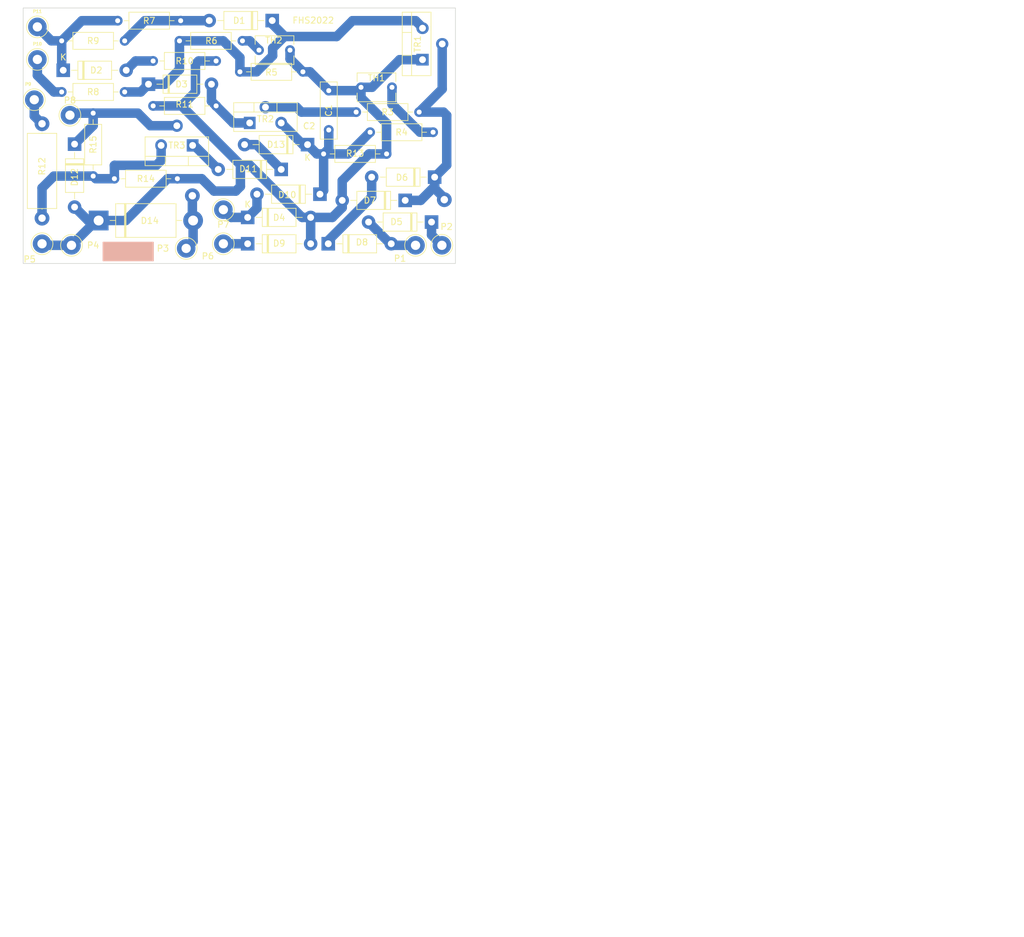
<source format=kicad_pcb>
(kicad_pcb (version 20211014) (generator pcbnew)
  (layers (0 "F.Cu" signal) (31 "B.Cu" signal) (34 "B.Paste" user) (35 "F.Paste" user) (36 "B.SilkS" user "B.Silkscreen") (37 "F.SilkS" user "F.Silkscreen") (38 "B.Mask" user) (39 "F.Mask" user) (44 "Edge.Cuts" user))
  (net 0 "")
  (net 1 "Net-(C1-Pad1)")
  (net 2 "Net-(D1-Pad1)")
  (net 3 "Net-(D1-Pad2)")
  (net 4 "Net-(D2-Pad1)")
  (net 5 "Net-(D2-Pad2)")
  (net 6 "Net-(D3-Pad2)")
  (net 7 "Net-(D11-Pad1)")
  (net 8 "Net-(D11-Pad2)")
  (net 9 "Net-(R6-Pad2)")
  (net 10 "Net-(R12-Pad2)")
  (net 11 "Net-(C2-Pad2)")
  (net 12 "Net-(D6-Pad2)")
  (net 13 "Net-(R3-Pad1)")
  (net 14 "Net-(R4-Pad2)")
  (net 15 "Net-(D5-Pad2)")
  (net 16 "Net-(D5-Pad1)")
  (net 17 "Net-(P9-Pad1)")
  (net 18 "Net-(C1-Pad2)")
  (net 19 "Net-(D10-Pad2)")
  (net 20 "Net-(D9-Pad1)")
  (net 21 "Net-(D12-Pad1)")
  (net 22 "Net-(P10-Pad1)")
  (net 23 "Net-(C2-Pad1)")
  (footprint "Diode_THT:D_DO-201AD_P15.24mm_Horizontal" (layer "F.Cu") (at 120.88 78.5)
    (fp_text reference "D14" (at 8.252 0.026) (layer "F.SilkS"))
    (fp_text value "1N5404")
    (pad "1" thru_hole rect (at 0 0) (size 3.2 3.2) (drill 1.6) (layers *.Cu *.Mask) (remove_unused_layers) (net 18 "Net-(C1-Pad2)"))
    (pad "2" thru_hole oval (at 15.24 0) (size 3.2 3.2) (drill 1.6) (layers *.Cu *.Mask) (remove_unused_layers) (net 23 "Net-(C2-Pad1)"))
  )
  (footprint "Diode_THT:D_DO-41_SOD81_P10.16mm_Horizontal" (layer "F.Cu") (at 117 66.17 -90)
    (fp_text reference "D12" (at 5.33 0 90) (layer "F.SilkS"))
    (fp_text value "1N4002")
    (pad "1" thru_hole rect (at 0 0 270) (size 2.2 2.2) (drill 1.1) (layers *.Cu *.Mask) (remove_unused_layers) (net 21 "Net-(D12-Pad1)"))
    (pad "2" thru_hole oval (at 10.16 0 270) (size 2.2 2.2) (drill 1.1) (layers *.Cu *.Mask) (remove_unused_layers) (net 18 "Net-(C1-Pad2)"))
  )
  (footprint "TestPoint:TestPoint_THTPad_D3.0mm_Drill1.5mm" (layer "F.Cu") (at 176.25 82.5 180)
    (fp_text reference "P2" (at -0.75 3 180) (layer "F.SilkS"))
    (fp_text value "Black w/ White")
    (pad "1" thru_hole circle (at 0 0 180) (size 3 3) (drill 1.5) (layers *.Cu *.Mask) (remove_unused_layers) (net 16 "Net-(D5-Pad1)"))
  )
  (footprint "TestPoint:TestPoint_THTPad_D3.0mm_Drill1.5mm" (layer "F.Cu") (at 111 52.5)
    (fp_text reference "P10" (at 0 -2.5) (layer "F.SilkS") (effects (font (size 0.492 0.492) (thickness 0.123))))
    (fp_text value "Green w/ White")
    (pad "1" thru_hole circle (at 0 0) (size 3 3) (drill 1.5) (layers *.Cu *.Mask) (remove_unused_layers) (net 22 "Net-(P10-Pad1)"))
  )
  (footprint "Package_TO_SOT_THT:TO-220-3_Vertical" (layer "F.Cu") (at 136.04 66.375 180)
    (fp_text reference "TR3" (at 2.54 0) (layer "F.SilkS"))
    (fp_text value "TS420-600T")
    (pad "1" thru_hole rect (at 0 0 180) (size 1.905 2) (drill 1.1) (layers *.Cu *.Mask) (remove_unused_layers) (net 8 "Net-(D11-Pad2)"))
    (pad "2" thru_hole oval (at 2.54 3.175 180) (size 1.905 2) (drill 1.1) (layers *.Cu *.Mask) (remove_unused_layers) (net 21 "Net-(D12-Pad1)"))
    (pad "3" thru_hole oval (at 5.08 0 180) (size 1.905 2) (drill 1.1) (layers *.Cu *.Mask) (remove_unused_layers) (net 10 "Net-(R12-Pad2)"))
  )
  (footprint "TestPoint:TestPoint_THTPad_D3.0mm_Drill1.5mm" (layer "F.Cu") (at 110.5 59)
    (fp_text reference "P9" (at -1 -2.5) (layer "F.SilkS") (effects (font (size 0.492 0.492) (thickness 0.123))))
    (fp_text value "Light Blue")
    (pad "1" thru_hole circle (at 0 0) (size 3 3) (drill 1.5) (layers *.Cu *.Mask) (remove_unused_layers) (net 17 "Net-(P9-Pad1)"))
  )
  (footprint "TestPoint:TestPoint_THTPad_D3.0mm_Drill1.5mm" (layer "F.Cu") (at 116.5 82.5 180)
    (fp_text reference "P4" (at -3.5 0 180) (layer "F.SilkS"))
    (fp_text value "Green Coil")
    (pad "1" thru_hole circle (at 0 0 180) (size 3 3) (drill 1.5) (layers *.Cu *.Mask) (remove_unused_layers) (net 18 "Net-(C1-Pad2)"))
  )
  (footprint "Resistor_THT:R_Axial_DIN0207_L6.3mm_D2.5mm_P10.16mm_Horizontal" (layer "F.Cu") (at 157.17 67.75)
    (fp_text reference "R13" (at 5.08 -0.072) (layer "F.SilkS"))
    (fp_text value "1K")
    (pad "1" thru_hole circle (at 0 0) (size 1.6 1.6) (drill 0.8) (layers *.Cu *.Mask) (remove_unused_layers) (net 1 "Net-(C1-Pad1)"))
    (pad "2" thru_hole oval (at 10.16 0) (size 1.6 1.6) (drill 0.8) (layers *.Cu *.Mask) (remove_unused_layers) (net 18 "Net-(C1-Pad2)"))
  )
  (footprint "Diode_THT:D_DO-41_SOD81_P10.16mm_Horizontal" (layer "F.Cu") (at 170.33 75.25 180)
    (fp_text reference "D7" (at 5.702 0.006) (layer "F.SilkS"))
    (fp_text value "1N4004")
    (pad "1" thru_hole rect (at 0 0 180) (size 2.2 2.2) (drill 1.1) (layers *.Cu *.Mask) (remove_unused_layers) (net 11 "Net-(C2-Pad2)"))
    (pad "2" thru_hole oval (at 10.16 0 180) (size 2.2 2.2) (drill 1.1) (layers *.Cu *.Mask) (remove_unused_layers) (net 18 "Net-(C1-Pad2)"))
  )
  (footprint "MountingHole:MountingHole_2.2mm_M2" (layer "F.Cu") (at 157.988 52.324)
    (fp_text reference "H2")
    (fp_text value "MountingHole")
    (pad "" np_thru_hole circle (at 0 0) (size 2.2 2.2) (drill 2.2) (layers *.Cu *.Mask))
  )
  (footprint "MountingHole:MountingHole_2.2mm_M2" (layer "F.Cu") (at 124.968 65.532)
    (fp_text reference "H1")
    (fp_text value "MountingHole")
    (pad "" np_thru_hole circle (at 0 0) (size 2.2 2.2) (drill 2.2) (layers *.Cu *.Mask))
  )
  (footprint "Resistor_THT:R_Axial_DIN0207_L6.3mm_D2.5mm_P10.16mm_Horizontal" (layer "F.Cu") (at 133.92 49.5)
    (fp_text reference "R6" (at 5.146 0) (layer "F.SilkS"))
    (fp_text value "68")
    (pad "1" thru_hole circle (at 0 0) (size 1.6 1.6) (drill 0.8) (layers *.Cu *.Mask) (remove_unused_layers) (net 2 "Net-(D1-Pad1)"))
    (pad "2" thru_hole oval (at 10.16 0) (size 1.6 1.6) (drill 0.8) (layers *.Cu *.Mask) (remove_unused_layers) (net 9 "Net-(R6-Pad2)"))
  )
  (footprint "Resistor_THT:R_Axial_DIN0207_L6.3mm_D2.5mm_P10.16mm_Horizontal" (layer "F.Cu") (at 162.42 61)
    (fp_text reference "R3" (at 5.08 0) (layer "F.SilkS"))
    (fp_text value "470")
    (pad "1" thru_hole circle (at 0 0) (size 1.6 1.6) (drill 0.8) (layers *.Cu *.Mask) (remove_unused_layers) (net 13 "Net-(R3-Pad1)"))
    (pad "2" thru_hole oval (at 10.16 0) (size 1.6 1.6) (drill 0.8) (layers *.Cu *.Mask) (remove_unused_layers) (net 11 "Net-(C2-Pad2)"))
  )
  (footprint "Resistor_THT:R_Axial_DIN0207_L6.3mm_D2.5mm_P10.16mm_Horizontal" (layer "F.Cu") (at 129.67 60)
    (fp_text reference "R11" (at 5.08 -0.25) (layer "F.SilkS"))
    (fp_text value "100")
    (pad "1" thru_hole circle (at 0 0) (size 1.6 1.6) (drill 0.8) (layers *.Cu *.Mask) (remove_unused_layers) (net 18 "Net-(C1-Pad2)"))
    (pad "2" thru_hole oval (at 10.16 0) (size 1.6 1.6) (drill 0.8) (layers *.Cu *.Mask) (remove_unused_layers) (net 6 "Net-(D3-Pad2)"))
  )
  (footprint "Capacitor_THT:C_Rect_L33.0mm_W20.0mm_P27.50mm_MKS4" (layer "F.Cu") (at 141.08 74.5)
    (fp_text reference "C2" (at 13.75 -11.25) (layer "F.SilkS"))
    (fp_text value "2.2uF 400V")
    (pad "1" thru_hole circle (at -5.08 0) (size 2.4 2.4) (drill 1.2) (layers *.Cu *.Mask) (remove_unused_layers) (net 23 "Net-(C2-Pad1)"))
    (pad "2" thru_hole circle (at 35.56 0.635) (size 2.4 2.4) (drill 1.2) (layers *.Cu *.Mask) (remove_unused_layers) (net 11 "Net-(C2-Pad2)"))
  )
  (footprint "Resistor_THT:R_Axial_DIN0207_L6.3mm_D2.5mm_P10.16mm_Horizontal" (layer "F.Cu") (at 120 71.33 90)
    (fp_text reference "R15" (at 5.08 0 90) (layer "F.SilkS"))
    (fp_text value "1K")
    (pad "1" thru_hole circle (at 0 0 90) (size 1.6 1.6) (drill 0.8) (layers *.Cu *.Mask) (remove_unused_layers) (net 10 "Net-(R12-Pad2)"))
    (pad "2" thru_hole oval (at 10.16 0 90) (size 1.6 1.6) (drill 0.8) (layers *.Cu *.Mask) (remove_unused_layers) (net 21 "Net-(D12-Pad1)"))
  )
  (footprint "Resistor_THT:R_Axial_DIN0207_L6.3mm_D2.5mm_P10.16mm_Horizontal" (layer "F.Cu") (at 143.67 54.5)
    (fp_text reference "R5" (at 5.08 0.088) (layer "F.SilkS"))
    (fp_text value "200")
    (pad "1" thru_hole circle (at 0 0) (size 1.6 1.6) (drill 0.8) (layers *.Cu *.Mask) (remove_unused_layers) (net 2 "Net-(D1-Pad1)"))
    (pad "2" thru_hole oval (at 10.16 0) (size 1.6 1.6) (drill 0.8) (layers *.Cu *.Mask) (remove_unused_layers) (net 18 "Net-(C1-Pad2)"))
  )
  (footprint "TestPoint:TestPoint_THTPad_D3.0mm_Drill1.5mm" (layer "F.Cu") (at 135 83 180)
    (fp_text reference "P3" (at 3.75 0 180) (layer "F.SilkS"))
    (fp_text value "Yellow")
    (pad "1" thru_hole circle (at 0 0 180) (size 3 3) (drill 1.5) (layers *.Cu *.Mask) (remove_unused_layers) (net 23 "Net-(C2-Pad1)"))
  )
  (footprint "Package_TO_SOT_THT:TO-220-3_Vertical" (layer "F.Cu") (at 173.125 52.54 90)
    (fp_text reference "TR1" (at 2.54 -0.795356 90) (layer "F.SilkS"))
    (fp_text value "BT151-500R,127")
    (pad "1" thru_hole rect (at 0 0 90) (size 1.905 2) (drill 1.1) (layers *.Cu *.Mask) (remove_unused_layers) (net 18 "Net-(C1-Pad2)"))
    (pad "2" thru_hole oval (at 2.54 3.175 90) (size 1.905 2) (drill 1.1) (layers *.Cu *.Mask) (remove_unused_layers) (net 11 "Net-(C2-Pad2)"))
    (pad "3" thru_hole oval (at 5.08 0 90) (size 1.905 2) (drill 1.1) (layers *.Cu *.Mask) (remove_unused_layers) (net 2 "Net-(D1-Pad1)"))
  )
  (footprint "TestPoint:TestPoint_THTPad_D3.0mm_Drill1.5mm" (layer "F.Cu") (at 141 82.25 180)
    (fp_text reference "P6" (at 2.5 -2 180) (layer "F.SilkS"))
    (fp_text value "White")
    (pad "1" thru_hole circle (at 0 0 180) (size 3 3) (drill 1.5) (layers *.Cu *.Mask) (remove_unused_layers) (net 20 "Net-(D9-Pad1)"))
  )
  (footprint "Diode_THT:D_DO-41_SOD81_P10.16mm_Horizontal" (layer "F.Cu") (at 174.58 78.75 180)
    (fp_text reference "D5" (at 5.66 0.038) (layer "F.SilkS"))
    (fp_text value "1N4004")
    (pad "1" thru_hole rect (at 0 0 180) (size 2.2 2.2) (drill 1.1) (layers *.Cu *.Mask) (remove_unused_layers) (net 16 "Net-(D5-Pad1)"))
    (pad "2" thru_hole oval (at 10.16 0 180) (size 2.2 2.2) (drill 1.1) (layers *.Cu *.Mask) (remove_unused_layers) (net 15 "Net-(D5-Pad2)"))
  )
  (footprint "Diode_THT:D_DO-41_SOD81_P10.16mm_Horizontal" (layer "F.Cu") (at 148.88 46.228 180)
    (fp_text reference "D1" (at 5.33 0) (layer "F.SilkS"))
    (fp_text value "1N4002")
    (pad "1" thru_hole rect (at 0 0 180) (size 2.2 2.2) (drill 1.1) (layers *.Cu *.Mask) (remove_unused_layers) (net 2 "Net-(D1-Pad1)"))
    (pad "2" thru_hole oval (at 10.16 0 180) (size 2.2 2.2) (drill 1.1) (layers *.Cu *.Mask) (remove_unused_layers) (net 3 "Net-(D1-Pad2)"))
  )
  (footprint "TestPoint:TestPoint_THTPad_D3.0mm_Drill1.5mm" (layer "F.Cu") (at 172 82.5 180)
    (fp_text reference "P1" (at 2.5 -2.12 180) (layer "F.SilkS"))
    (fp_text value "Blue")
    (pad "1" thru_hole circle (at 0 0 180) (size 3 3) (drill 1.5) (layers *.Cu *.Mask) (remove_unused_layers) (net 15 "Net-(D5-Pad2)"))
  )
  (footprint "Capacitor_THT:C_Disc_D9.0mm_W2.5mm_P5.00mm" (layer "F.Cu") (at 158 63.25 90)
    (fp_text reference "C1" (at 2.5 0 90) (layer "F.SilkS"))
    (fp_text value "0.1uF 50V")
    (pad "1" thru_hole circle (at -0.635 0 90) (size 1.6 1.6) (drill 0.8) (layers *.Cu *.Mask) (remove_unused_layers) (net 1 "Net-(C1-Pad1)"))
    (pad "2" thru_hole circle (at 5.715 0 90) (size 1.6 1.6) (drill 0.8) (layers *.Cu *.Mask) (remove_unused_layers) (net 18 "Net-(C1-Pad2)"))
  )
  (footprint "Resistor_THT:R_Axial_DIN0207_L6.3mm_D2.5mm_P10.16mm_Horizontal" (layer "F.Cu") (at 123.42 71.75)
    (fp_text reference "R14" (at 5.08 0) (layer "F.SilkS"))
    (fp_text value "1K")
    (pad "1" thru_hole circle (at 0 0) (size 1.6 1.6) (drill 0.8) (layers *.Cu *.Mask) (remove_unused_layers) (net 10 "Net-(R12-Pad2)"))
    (pad "2" thru_hole oval (at 10.16 0) (size 1.6 1.6) (drill 0.8) (layers *.Cu *.Mask) (remove_unused_layers) (net 18 "Net-(C1-Pad2)"))
  )
  (footprint "Diode_THT:D_DO-41_SOD81_P10.16mm_Horizontal" (layer "F.Cu") (at 150.33 70.25 180)
    (fp_text reference "D11" (at 5.31 0.08) (layer "F.SilkS"))
    (fp_text value "1N4002")
    (pad "1" thru_hole rect (at 0 0 180) (size 2.2 2.2) (drill 1.1) (layers *.Cu *.Mask) (remove_unused_layers) (net 7 "Net-(D11-Pad1)"))
    (pad "2" thru_hole oval (at 10.16 0 180) (size 2.2 2.2) (drill 1.1) (layers *.Cu *.Mask) (remove_unused_layers) (net 8 "Net-(D11-Pad2)"))
  )
  (footprint "Diode_THT:D_DO-41_SOD81_P10.16mm_Horizontal" (layer "F.Cu") (at 115.17 54.25)
    (fp_text reference "D2" (at 5.33 0) (layer "F.SilkS"))
    (fp_text value "1N4002")
    (fp_text user "K" (at 0 -2.1) (layer "F.SilkS"))
    (pad "1" thru_hole rect (at 0 0) (size 2.2 2.2) (drill 1.1) (layers *.Cu *.Mask) (remove_unused_layers) (net 4 "Net-(D2-Pad1)"))
    (pad "2" thru_hole oval (at 10.16 0) (size 2.2 2.2) (drill 1.1) (layers *.Cu *.Mask) (remove_unused_layers) (net 5 "Net-(D2-Pad2)"))
  )
  (footprint "TestPoint:TestPoint_THTPad_D3.0mm_Drill1.5mm" (layer "F.Cu") (at 111 47.25)
    (fp_text reference "P11" (at 0 -2.5) (layer "F.SilkS") (effects (font (size 0.492 0.492) (thickness 0.123))))
    (fp_text value "Pink")
    (pad "1" thru_hole circle (at 0 0) (size 3 3) (drill 1.5) (layers *.Cu *.Mask) (remove_unused_layers) (net 4 "Net-(D2-Pad1)"))
  )
  (footprint "Diode_THT:D_DO-41_SOD81_P10.16mm_Horizontal" (layer "F.Cu") (at 144.92 82.25)
    (fp_text reference "D9" (at 5.08 -0.062) (layer "F.SilkS"))
    (fp_text value "1N4004")
    (pad "1" thru_hole rect (at 0 0) (size 2.2 2.2) (drill 1.1) (layers *.Cu *.Mask) (remove_unused_layers) (net 20 "Net-(D9-Pad1)"))
    (pad "2" thru_hole oval (at 10.16 0) (size 2.2 2.2) (drill 1.1) (layers *.Cu *.Mask) (remove_unused_layers) (net 18 "Net-(C1-Pad2)"))
  )
  (footprint "Diode_THT:D_DO-41_SOD81_P10.16mm_Horizontal" (layer "F.Cu") (at 157.92 82.25)
    (fp_text reference "D8" (at 5.430856 -0.2405) (layer "F.SilkS"))
    (fp_text value "1N4004")
    (pad "1" thru_hole rect (at 0 0) (size 2.2 2.2) (drill 1.1) (layers *.Cu *.Mask) (remove_unused_layers) (net 12 "Net-(D6-Pad2)"))
    (pad "2" thru_hole oval (at 10.16 0) (size 2.2 2.2) (drill 1.1) (layers *.Cu *.Mask) (remove_unused_layers) (net 15 "Net-(D5-Pad2)"))
  )
  (footprint "Resistor_THT:R_Axial_DIN0207_L6.3mm_D2.5mm_P10.16mm_Horizontal" (layer "F.Cu") (at 164.67 64.25)
    (fp_text reference "R4" (at 5.08 0) (layer "F.SilkS"))
    (fp_text value "470")
    (pad "1" thru_hole circle (at 0 0) (size 1.6 1.6) (drill 0.8) (layers *.Cu *.Mask) (remove_unused_layers) (net 1 "Net-(C1-Pad1)"))
    (pad "2" thru_hole oval (at 10.16 0) (size 1.6 1.6) (drill 0.8) (layers *.Cu *.Mask) (remove_unused_layers) (net 14 "Net-(R4-Pad2)"))
  )
  (footprint "Diode_THT:D_DO-41_SOD81_P10.16mm_Horizontal" (layer "F.Cu") (at 175.08 71.5 180)
    (fp_text reference "D6" (at 5.274 -0.058) (layer "F.SilkS"))
    (fp_text value "1N4004")
    (pad "1" thru_hole rect (at 0 0 180) (size 2.2 2.2) (drill 1.1) (layers *.Cu *.Mask) (remove_unused_layers) (net 11 "Net-(C2-Pad2)"))
    (pad "2" thru_hole oval (at 10.16 0 180) (size 2.2 2.2) (drill 1.1) (layers *.Cu *.Mask) (remove_unused_layers) (net 12 "Net-(D6-Pad2)"))
  )
  (footprint "Capacitor_THT:C_Disc_D6.0mm_W4.4mm_P5.00mm" (layer "F.Cu") (at 163.2 57)
    (fp_text reference "TH1" (at 2.5 -1.5) (layer "F.SilkS"))
    (fp_text value "200ohm 3468K")
    (pad "1" thru_hole circle (at 0 0) (size 1.6 1.6) (drill 0.8) (layers *.Cu *.Mask) (remove_unused_layers) (net 18 "Net-(C1-Pad2)"))
    (pad "2" thru_hole circle (at 5 0) (size 1.6 1.6) (drill 0.8) (layers *.Cu *.Mask) (remove_unused_layers) (net 14 "Net-(R4-Pad2)"))
  )
  (footprint "Resistor_THT:R_Axial_DIN0207_L6.3mm_D2.5mm_P10.16mm_Horizontal" (layer "F.Cu") (at 134.112 46.25 180)
    (fp_text reference "R7" (at 5.08 0) (layer "F.SilkS"))
    (fp_text value "150")
    (pad "1" thru_hole circle (at 0 0 180) (size 1.6 1.6) (drill 0.8) (layers *.Cu *.Mask) (remove_unused_layers) (net 3 "Net-(D1-Pad2)"))
    (pad "2" thru_hole oval (at 10.16 0 180) (size 1.6 1.6) (drill 0.8) (layers *.Cu *.Mask) (remove_unused_layers) (net 4 "Net-(D2-Pad1)"))
  )
  (footprint "Resistor_THT:R_Axial_DIN0207_L6.3mm_D2.5mm_P10.16mm_Horizontal" (layer "F.Cu") (at 114.92 57.75)
    (fp_text reference "R8" (at 5.08 0) (layer "F.SilkS"))
    (fp_text value "10")
    (pad "1" thru_hole circle (at 0 0) (size 1.6 1.6) (drill 0.8) (layers *.Cu *.Mask) (remove_unused_layers) (net 22 "Net-(P10-Pad1)"))
    (pad "2" thru_hole oval (at 10.16 0) (size 1.6 1.6) (drill 0.8) (layers *.Cu *.Mask) (remove_unused_layers) (net 2 "Net-(D1-Pad1)"))
  )
  (footprint "Resistor_THT:R_Axial_DIN0414_L11.9mm_D4.5mm_P15.24mm_Horizontal" (layer "F.Cu") (at 111.75 62.88 -90)
    (fp_text reference "R12" (at 6.87 0 -90) (layer "F.SilkS"))
    (fp_text value "10")
    (pad "1" thru_hole circle (at 0 0 270) (size 2.4 2.4) (drill 1.2) (layers *.Cu *.Mask) (remove_unused_layers) (net 17 "Net-(P9-Pad1)"))
    (pad "2" thru_hole oval (at 15.24 0 270) (size 2.4 2.4) (drill 1.2) (layers *.Cu *.Mask) (remove_unused_layers) (net 10 "Net-(R12-Pad2)"))
  )
  (footprint "Resistor_THT:R_Axial_DIN0207_L6.3mm_D2.5mm_P10.16mm_Horizontal" (layer "F.Cu") (at 114.92 49.5)
    (fp_text reference "R9" (at 5.08 0) (layer "F.SilkS"))
    (fp_text value "1K")
    (pad "1" thru_hole circle (at 0 0) (size 1.6 1.6) (drill 0.8) (layers *.Cu *.Mask) (remove_unused_layers) (net 4 "Net-(D2-Pad1)"))
    (pad "2" thru_hole oval (at 10.16 0) (size 1.6 1.6) (drill 0.8) (layers *.Cu *.Mask) (remove_unused_layers) (net 3 "Net-(D1-Pad2)"))
  )
  (footprint "Diode_THT:D_DO-41_SOD81_P10.16mm_Horizontal" (layer "F.Cu") (at 154.58 66.25 180)
    (fp_text reference "D13" (at 5.08 0.008) (layer "F.SilkS"))
    (fp_text value "1N4002")
    (fp_text user "K" (at 0 -2.1) (layer "F.SilkS"))
    (pad "1" thru_hole rect (at 0 0 180) (size 2.2 2.2) (drill 1.1) (layers *.Cu *.Mask) (remove_unused_layers) (net 1 "Net-(C1-Pad1)"))
    (pad "2" thru_hole oval (at 10.16 0 180) (size 2.2 2.2) (drill 1.1) (layers *.Cu *.Mask) (remove_unused_layers) (net 7 "Net-(D11-Pad1)"))
  )
  (footprint "Package_TO_SOT_THT:TO-220-3_Vertical" (layer "F.Cu") (at 145.25 62.75)
    (fp_text reference "TR2" (at 2.54 -0.635) (layer "F.SilkS"))
    (fp_text value "TS420-600T")
    (pad "1" thru_hole rect (at 0 0) (size 1.905 2) (drill 1.1) (layers *.Cu *.Mask) (remove_unused_layers) (net 6 "Net-(D3-Pad2)"))
    (pad "2" thru_hole oval (at 2.54 -2.54) (size 1.905 2) (drill 1.1) (layers *.Cu *.Mask) (remove_unused_layers) (net 13 "Net-(R3-Pad1)"))
    (pad "3" thru_hole oval (at 5.08 0) (size 1.905 2) (drill 1.1) (layers *.Cu *.Mask) (remove_unused_layers) (net 1 "Net-(C1-Pad1)"))
  )
  (footprint "Capacitor_THT:C_Disc_D6.0mm_W4.4mm_P5.00mm" (layer "F.Cu") (at 146.75 51)
    (fp_text reference "TH2" (at 2.382 -1.582) (layer "F.SilkS"))
    (fp_text value "100ohm 3468K")
    (pad "1" thru_hole circle (at 0 0) (size 1.6 1.6) (drill 0.8) (layers *.Cu *.Mask) (remove_unused_layers) (net 9 "Net-(R6-Pad2)"))
    (pad "2" thru_hole circle (at 5 0) (size 1.6 1.6) (drill 0.8) (layers *.Cu *.Mask) (remove_unused_layers) (net 18 "Net-(C1-Pad2)"))
  )
  (footprint "Diode_THT:D_DO-41_SOD81_P10.16mm_Horizontal" (layer "F.Cu") (at 156.58 74.25 180)
    (fp_text reference "D10" (at 5.284 -0.106) (layer "F.SilkS"))
    (fp_text value "1N4002")
    (pad "1" thru_hole rect (at 0 0 180) (size 2.2 2.2) (drill 1.1) (layers *.Cu *.Mask) (remove_unused_layers) (net 1 "Net-(C1-Pad1)"))
    (pad "2" thru_hole oval (at 10.16 0 180) (size 2.2 2.2) (drill 1.1) (layers *.Cu *.Mask) (remove_unused_layers) (net 19 "Net-(D10-Pad2)"))
  )
  (footprint "Diode_THT:D_DO-41_SOD81_P10.16mm_Horizontal" (layer "F.Cu") (at 128.92 56.5)
    (fp_text reference "D3" (at 5.33 0) (layer "F.SilkS"))
    (fp_text value "1N4002")
    (pad "1" thru_hole rect (at 0 0) (size 2.2 2.2) (drill 1.1) (layers *.Cu *.Mask) (remove_unused_layers) (net 2 "Net-(D1-Pad1)"))
    (pad "2" thru_hole oval (at 10.16 0) (size 2.2 2.2) (drill 1.1) (layers *.Cu *.Mask) (remove_unused_layers) (net 6 "Net-(D3-Pad2)"))
  )
  (footprint "TestPoint:TestPoint_THTPad_D3.0mm_Drill1.5mm" (layer "F.Cu") (at 111.75 82.25 180)
    (fp_text reference "P5" (at 2 -2.5 180) (layer "F.SilkS"))
    (fp_text value "Green Harness")
    (pad "1" thru_hole circle (at 0 0 180) (size 3 3) (drill 1.5) (layers *.Cu *.Mask) (remove_unused_layers) (net 18 "Net-(C1-Pad2)"))
  )
  (footprint "TestPoint:TestPoint_THTPad_D3.0mm_Drill1.5mm" (layer "F.Cu") (at 141 76.75 180)
    (fp_text reference "P7" (at 0 -2.398 180) (layer "F.SilkS"))
    (fp_text value "Orange")
    (pad "1" thru_hole circle (at 0 0 180) (size 3 3) (drill 1.5) (layers *.Cu *.Mask) (remove_unused_layers) (net 19 "Net-(D10-Pad2)"))
  )
  (footprint "Resistor_THT:R_Axial_DIN0207_L6.3mm_D2.5mm_P10.16mm_Horizontal" (layer "F.Cu") (at 129.67 52.75)
    (fp_text reference "R10" (at 5.08 0) (layer "F.SilkS"))
    (fp_text value "150")
    (pad "1" thru_hole circle (at 0 0) (size 1.6 1.6) (drill 0.8) (layers *.Cu *.Mask) (remove_unused_layers) (net 5 "Net-(D2-Pad2)"))
    (pad "2" thru_hole oval (at 10.16 0) (size 1.6 1.6) (drill 0.8) (layers *.Cu *.Mask) (remove_unused_layers) (net 18 "Net-(C1-Pad2)"))
  )
  (footprint "Diode_THT:D_DO-41_SOD81_P10.16mm_Horizontal" (layer "F.Cu") (at 144.92 78)
    (fp_text reference "D4" (at 5.08 0.026) (layer "F.SilkS"))
    (fp_text value "1N4002")
    (fp_text user "K" (at 0 -2.1) (layer "F.SilkS"))
    (pad "1" thru_hole rect (at 0 0) (size 2.2 2.2) (drill 1.1) (layers *.Cu *.Mask) (remove_unused_layers) (net 19 "Net-(D10-Pad2)"))
    (pad "2" thru_hole oval (at 10.16 0) (size 2.2 2.2) (drill 1.1) (layers *.Cu *.Mask) (remove_unused_layers) (net 18 "Net-(C1-Pad2)"))
  )
  (footprint "TestPoint:TestPoint_THTPad_D3.0mm_Drill1.5mm" (layer "F.Cu") (at 116.25 61.5)
    (fp_text reference "P8" (at 0 -2.398) (layer "F.SilkS"))
    (fp_text value "Brown")
    (pad "1" thru_hole circle (at 0 0) (size 3 3) (drill 1.5) (layers *.Cu *.Mask) (remove_unused_layers) (net 21 "Net-(D12-Pad1)"))
  )
  (gr_poly (pts (xy 129.7 85) (xy 121.6 85) (xy 121.6 82) (xy 129.7 82)) (layer "B.SilkS") (width 0.15) (fill solid))
  (gr_poly (pts (xy 178.436 85.438) (xy 108.712 85.438) (xy 108.712 44.196) (xy 178.436 44.196)) (layer "Edge.Cuts") (width 0.1) (fill none))
  (gr_text "FHS2022" (at 155.5 46.2) (layer "F.SilkS") (effects (font (size 1 1))))
  (segment (start 156.08 67.75) (end 154.58 66.25) (width 1.524) (layer "B.Cu") (net 1))
  (segment (start 157.17 67.75) (end 156.08 67.75) (width 1.524) (layer "B.Cu") (net 1))
  (segment (start 158 63.885) (end 158 66.92) (width 1.524) (layer "B.Cu") (net 1))
  (segment (start 157.17 73.66) (end 156.58 74.25) (width 1.524) (layer "B.Cu") (net 1))
  (segment (start 153.83 66.25) (end 150.33 62.75) (width 1.524) (layer "B.Cu") (net 1))
  (segment (start 158 66.92) (end 157.17 67.75) (width 1.524) (layer "B.Cu") (net 1))
  (segment (start 157.17 67.75) (end 161.17 67.75) (width 1.524) (layer "B.Cu") (net 1))
  (segment (start 161.17 67.75) (end 164.67 64.25) (width 1.524) (layer "B.Cu") (net 1))
  (segment (start 154.58 66.25) (end 153.83 66.25) (width 1.524) (layer "B.Cu") (net 1))
  (segment (start 157.17 67.75) (end 157.17 73.66) (width 1.524) (layer "B.Cu") (net 1))
  (segment (start 148.946511 51.909826) (end 146.356337 54.5) (width 1.524) (layer "B.Cu") (net 2))
  (segment (start 148.88 46.771663) (end 148.88 46.228) (width 1.524) (layer "B.Cu") (net 2))
  (segment (start 150.876 48.767663) (end 150.840174 48.803489) (width 1.524) (layer "B.Cu") (net 2))
  (segment (start 146.356337 54.5) (end 143.67 54.5) (width 1.524) (layer "B.Cu") (net 2))
  (segment (start 133.92 49.5) (end 140.973663 49.5) (width 1.524) (layer "B.Cu") (net 2))
  (segment (start 159.276511 48.803489) (end 150.840174 48.803489) (width 1.524) (layer "B.Cu") (net 2))
  (segment (start 143.67 52.196337) (end 143.67 54.5) (width 1.524) (layer "B.Cu") (net 2))
  (segment (start 173.125 47.375) (end 172 46.25) (width 1.524) (layer "B.Cu") (net 2))
  (segment (start 133.92 49.5) (end 133.92 54.124) (width 1.524) (layer "B.Cu") (net 2))
  (segment (start 172 46.25) (end 161.83 46.25) (width 1.524) (layer "B.Cu") (net 2))
  (segment (start 140.973663 49.5) (end 143.67 52.196337) (width 1.524) (layer "B.Cu") (net 2))
  (segment (start 133.92 54.124) (end 131.544 56.5) (width 1.524) (layer "B.Cu") (net 2))
  (segment (start 148.946511 50.697152) (end 148.946511 51.909826) (width 1.524) (layer "B.Cu") (net 2))
  (segment (start 161.83 46.25) (end 159.276511 48.803489) (width 1.524) (layer "B.Cu") (net 2))
  (segment (start 128.92 56.5) (end 127.67 57.75) (width 1.524) (layer "B.Cu") (net 2))
  (segment (start 131.544 56.5) (end 128.92 56.5) (width 1.524) (layer "B.Cu") (net 2))
  (segment (start 127.67 57.75) (end 125.08 57.75) (width 1.524) (layer "B.Cu") (net 2))
  (segment (start 150.876 48.767663) (end 148.88 46.771663) (width 1.524) (layer "B.Cu") (net 2))
  (segment (start 150.840174 48.803489) (end 148.946511 50.697152) (width 1.524) (layer "B.Cu") (net 2))
  (segment (start 134.112 46.25) (end 128.33 46.25) (width 1.524) (layer "B.Cu") (net 3))
  (segment (start 134.112 46.25) (end 138.698 46.25) (width 1.524) (layer "B.Cu") (net 3))
  (segment (start 128.33 46.25) (end 125.08 49.5) (width 1.524) (layer "B.Cu") (net 3))
  (segment (start 118.17 46.25) (end 114.92 49.5) (width 1.524) (layer "B.Cu") (net 4))
  (segment (start 113.25 49.5) (end 111 47.25) (width 1.524) (layer "B.Cu") (net 4))
  (segment (start 114.92 49.5) (end 114.92 54) (width 1.524) (layer "B.Cu") (net 4))
  (segment (start 114.92 49.5) (end 113.25 49.5) (width 1.524) (layer "B.Cu") (net 4))
  (segment (start 123.952 46.25) (end 118.17 46.25) (width 1.524) (layer "B.Cu") (net 4))
  (segment (start 129.67 52.75) (end 126.83 52.75) (width 1.524) (layer "B.Cu") (net 5))
  (segment (start 126.83 52.75) (end 125.33 54.25) (width 1.524) (layer "B.Cu") (net 5))
  (segment (start 142.58 62.75) (end 139.83 60) (width 1.524) (layer "B.Cu") (net 6))
  (segment (start 139.83 60) (end 139.08 59.25) (width 1.524) (layer "B.Cu") (net 6))
  (segment (start 145.25 62.75) (end 142.58 62.75) (width 1.524) (layer "B.Cu") (net 6))
  (segment (start 139.08 59.25) (end 139.08 56.5) (width 1.524) (layer "B.Cu") (net 6))
  (segment (start 144.42 66.25) (end 146.33 66.25) (width 1.524) (layer "B.Cu") (net 7))
  (segment (start 146.33 66.25) (end 150.33 70.25) (width 1.524) (layer "B.Cu") (net 7))
  (segment (start 136.04 66.375) (end 136.295 66.375) (width 1.524) (layer "B.Cu") (net 8))
  (segment (start 136.295 66.375) (end 140.17 70.25) (width 1.524) (layer "B.Cu") (net 8))
  (segment (start 144.08 49.5) (end 145.25 49.5) (width 1.524) (layer "B.Cu") (net 9))
  (segment (start 145.25 49.5) (end 146.75 51) (width 1.524) (layer "B.Cu") (net 9))
  (segment (start 130.96 66.375) (end 130.96 68.804) (width 1.524) (layer "B.Cu") (net 10))
  (segment (start 123.42 71.75) (end 120.42 71.75) (width 1.524) (layer "B.Cu") (net 10))
  (segment (start 130.17252 69.59148) (end 123.44852 69.59148) (width 1.524) (layer "B.Cu") (net 10))
  (segment (start 113.67 71.33) (end 120 71.33) (width 1.524) (layer "B.Cu") (net 10))
  (segment (start 111.75 78.12) (end 111.75 73.25) (width 1.524) (layer "B.Cu") (net 10))
  (segment (start 123.42 69.62) (end 123.42 71.75) (width 1.524) (layer "B.Cu") (net 10))
  (segment (start 123.44852 69.59148) (end 123.42 69.62) (width 1.524) (layer "B.Cu") (net 10))
  (segment (start 111.75 73.25) (end 113.67 71.33) (width 1.524) (layer "B.Cu") (net 10))
  (segment (start 120.42 71.75) (end 120 71.33) (width 1.524) (layer "B.Cu") (net 10))
  (segment (start 130.96 68.804) (end 130.17252 69.59148) (width 1.524) (layer "B.Cu") (net 10))
  (segment (start 175.08 73.315) (end 176.9 75.135) (width 1.524) (layer "B.Cu") (net 11))
  (segment (start 176.5 61) (end 177.026511 61.526511) (width 1.524) (layer "B.Cu") (net 11))
  (segment (start 176.3 57.28) (end 172.58 61) (width 1.524) (layer "B.Cu") (net 11))
  (segment (start 170.33 75.25) (end 172.83 75.25) (width 1.524) (layer "B.Cu") (net 11))
  (segment (start 175.08 73) (end 172.83 75.25) (width 1.524) (layer "B.Cu") (net 11))
  (segment (start 175.08 71.5) (end 175.08 73.315) (width 1.524) (layer "B.Cu") (net 11))
  (segment (start 177.026511 61.526511) (end 177.026511 69.553489) (width 1.524) (layer "B.Cu") (net 11))
  (segment (start 177.026511 69.553489) (end 175.08 71.5) (width 1.524) (layer "B.Cu") (net 11))
  (segment (start 172.58 61) (end 176.5 61) (width 1.524) (layer "B.Cu") (net 11))
  (segment (start 176.3 50) (end 176.3 57.28) (width 1.524) (layer "B.Cu") (net 11))
  (segment (start 175.08 71.5) (end 175.08 73) (width 1.524) (layer "B.Cu") (net 11))
  (segment (start 164.92 74.719399) (end 157.92 81.719399) (width 1.524) (layer "B.Cu") (net 12))
  (segment (start 157.92 81.719399) (end 157.92 82.25) (width 1.524) (layer "B.Cu") (net 12))
  (segment (start 164.92 71.5) (end 164.92 74.719399) (width 1.524) (layer "B.Cu") (net 12))
  (segment (start 153.5965 61) (end 152.8065 60.21) (width 1.524) (layer "B.Cu") (net 13))
  (segment (start 153.5965 61) (end 162.42 61) (width 1.524) (layer "B.Cu") (net 13))
  (segment (start 152.8065 60.21) (end 147.79 60.21) (width 1.524) (layer "B.Cu") (net 13))
  (segment (start 172.723663 64.25) (end 174.83 64.25) (width 1.524) (layer "B.Cu") (net 14))
  (segment (start 168.2 57) (end 168.2 59.726337) (width 1.524) (layer "B.Cu") (net 14))
  (segment (start 168.2 59.726337) (end 172.723663 64.25) (width 1.524) (layer "B.Cu") (net 14))
  (segment (start 167.92 82.25) (end 164.42 78.75) (width 1.524) (layer "B.Cu") (net 15))
  (segment (start 168.33 82.5) (end 168.08 82.25) (width 1.524) (layer "B.Cu") (net 15))
  (segment (start 172 82.5) (end 168.33 82.5) (width 1.524) (layer "B.Cu") (net 15))
  (segment (start 174.58 78.75) (end 174.58 80.83) (width 1.524) (layer "B.Cu") (net 16))
  (segment (start 174.58 80.83) (end 176.25 82.5) (width 1.524) (layer "B.Cu") (net 16))
  (segment (start 110.5 59) (end 110.5 61.63) (width 1.524) (layer "B.Cu") (net 17))
  (segment (start 110.5 61.63) (end 111.75 62.88) (width 1.524) (layer "B.Cu") (net 17))
  (segment (start 143.75 73) (end 143 73.75) (width 1.524) (layer "B.Cu") (net 18))
  (segment (start 137 52.75) (end 139.83 52.75) (width 1.524) (layer "B.Cu") (net 18))
  (segment (start 129.67 60) (end 134.25 60) (width 1.524) (layer "B.Cu") (net 18))
  (segment (start 163.2 57) (end 164.98 57) (width 1.524) (layer "B.Cu") (net 18))
  (segment (start 139.5 73.75) (end 137.5 71.75) (width 1.524) (layer "B.Cu") (net 18))
  (segment (start 136.5 53.25) (end 137 52.75) (width 1.524) (layer "B.Cu") (net 18))
  (segment (start 158 57.535) (end 162.665 57.535) (width 1.524) (layer "B.Cu") (net 18))
  (segment (start 125.25 78.5) (end 120.88 78.5) (width 1.524) (layer "B.Cu") (net 18))
  (segment (start 134.25 60) (end 143.75 69.5) (width 1.524) (layer "B.Cu") (net 18))
  (segment (start 143 73.75) (end 139.5 73.75) (width 1.524) (layer "B.Cu") (net 18))
  (segment (start 134.25 60) (end 136.5 57.75) (width 1.524) (layer "B.Cu") (net 18))
  (segment (start 160.17 75.25) (end 160.17 76.416791) (width 1.524) (layer "B.Cu") (net 18))
  (segment (start 143.75 69.5) (end 143.75 73) (width 1.524) (layer "B.Cu") (net 18))
  (segment (start 120.5 78.5) (end 116.5 82.5) (width 1.524) (layer "B.Cu") (net 18))
  (segment (start 164.98 57) (end 169.44 52.54) (width 1.524) (layer "B.Cu") (net 18))
  (segment (start 154.965 54.5) (end 158 57.535) (width 1.524) (layer "B.Cu") (net 18))
  (segment (start 116.5 82.5) (end 112 82.5) (width 1.524) (layer "B.Cu") (net 18))
  (segment (start 125.25 78.5) (end 132 71.75) (width 1.524) (layer "B.Cu") (net 18))
  (segment (start 153.83 54.5) (end 154.965 54.5) (width 1.524) (layer "B.Cu") (net 18))
  (segment (start 163.2 58.673663) (end 163.2 57) (width 1.524) (layer "B.Cu") (net 18))
  (segment (start 164.5 67.75) (end 160.17 72.08) (width 1.524) (layer "B.Cu") (net 18))
  (segment (start 137.5 71.75) (end 133.58 71.75) (width 1.524) (layer "B.Cu") (net 18))
  (segment (start 151.75 52.42) (end 153.83 54.5) (width 1.524) (layer "B.Cu") (net 18))
  (segment (start 158.586791 78) (end 155.08 78) (width 1.524) (layer "B.Cu") (net 18))
  (segment (start 145.200601 69.5) (end 153.700601 78) (width 1.524) (layer "B.Cu") (net 18))
  (segment (start 119.17 78.5) (end 117 76.33) (width 1.524) (layer "B.Cu") (net 18))
  (segment (start 120.88 78.5) (end 119.17 78.5) (width 1.524) (layer "B.Cu") (net 18))
  (segment (start 155.08 82.25) (end 155.08 78) (width 1.524) (layer "B.Cu") (net 18))
  (segment (start 167.33 62.803663) (end 163.2 58.673663) (width 1.524) (layer "B.Cu") (net 18))
  (segment (start 167.33 67.75) (end 164.5 67.75) (width 1.524) (layer "B.Cu") (net 18))
  (segment (start 143.75 69.5) (end 145.200601 69.5) (width 1.524) (layer "B.Cu") (net 18))
  (segment (start 153.700601 78) (end 155.08 78) (width 1.524) (layer "B.Cu") (net 18))
  (segment (start 151.75 51) (end 151.75 52.42) (width 1.524) (layer "B.Cu") (net 18))
  (segment (start 162.665 57.535) (end 163.2 57) (width 1.524) (layer "B.Cu") (net 18))
  (segment (start 167.33 67.75) (end 167.33 62.803663) (width 1.524) (layer "B.Cu") (net 18))
  (segment (start 132 71.75) (end 133.58 71.75) (width 1.524) (layer "B.Cu") (net 18))
  (segment (start 173.125 52.54) (end 169.44 52.54) (width 1.524) (layer "B.Cu") (net 18))
  (segment (start 160.17 72.08) (end 160.17 75.25) (width 1.524) (layer "B.Cu") (net 18))
  (segment (start 136.5 57.75) (end 136.5 53.25) (width 1.524) (layer "B.Cu") (net 18))
  (segment (start 160.17 76.416791) (end 158.586791 78) (width 1.524) (layer "B.Cu") (net 18))
  (segment (start 146.42 76.5) (end 144.92 78) (width 1.524) (layer "B.Cu") (net 19))
  (segment (start 146.42 74.25) (end 146.42 76.5) (width 1.524) (layer "B.Cu") (net 19))
  (segment (start 142.25 78) (end 141 76.75) (width 1.524) (layer "B.Cu") (net 19))
  (segment (start 144.92 78) (end 142.25 78) (width 1.524) (layer "B.Cu") (net 19))
  (segment (start 144.92 82.25) (end 141 82.25) (width 1.524) (layer "B.Cu") (net 20))
  (segment (start 120 61.17) (end 127.21 61.17) (width 1.524) (layer "B.Cu") (net 21))
  (segment (start 120 61.17) (end 120 63.17) (width 1.524) (layer "B.Cu") (net 21))
  (segment (start 120 63.17) (end 117 66.17) (width 1.524) (layer "B.Cu") (net 21))
  (segment (start 129.24 63.2) (end 133.5 63.2) (width 1.524) (layer "B.Cu") (net 21))
  (segment (start 127.21 61.17) (end 129.24 63.2) (width 1.524) (layer "B.Cu") (net 21))
  (segment (start 120 61.17) (end 116.58 61.17) (width 1.524) (layer "B.Cu") (net 21))
  (segment (start 114.92 57.75) (end 113.676978 57.75) (width 1.524) (layer "B.Cu") (net 22))
  (segment (start 113.676978 57.75) (end 111 55.073022) (width 1.524) (layer "B.Cu") (net 22))
  (segment (start 111 55.073022) (end 111 52.5) (width 1.524) (layer "B.Cu") (net 22))
  (segment (start 136.12 81.88) (end 135 83) (width 1.524) (layer "B.Cu") (net 23))
  (segment (start 136.12 78.5) (end 136.12 81.88) (width 1.524) (layer "B.Cu") (net 23))
  (segment (start 136 74.5) (end 136 78.38) (width 1.524) (layer "B.Cu") (net 23))
)
</source>
